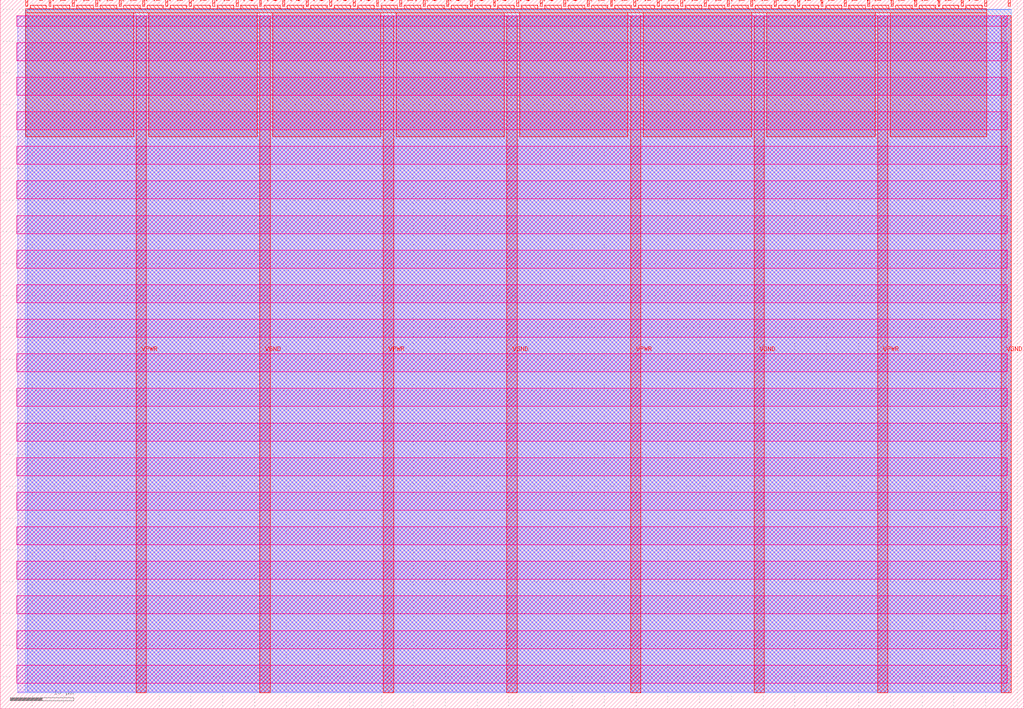
<source format=lef>
VERSION 5.7 ;
  NOWIREEXTENSIONATPIN ON ;
  DIVIDERCHAR "/" ;
  BUSBITCHARS "[]" ;
MACRO tt_um_DigitalClockTop
  CLASS BLOCK ;
  FOREIGN tt_um_DigitalClockTop ;
  ORIGIN 0.000 0.000 ;
  SIZE 161.000 BY 111.520 ;
  PIN VGND
    DIRECTION INOUT ;
    USE GROUND ;
    PORT
      LAYER met4 ;
        RECT 40.830 2.480 42.430 109.040 ;
    END
    PORT
      LAYER met4 ;
        RECT 79.700 2.480 81.300 109.040 ;
    END
    PORT
      LAYER met4 ;
        RECT 118.570 2.480 120.170 109.040 ;
    END
    PORT
      LAYER met4 ;
        RECT 157.440 2.480 159.040 109.040 ;
    END
  END VGND
  PIN VPWR
    DIRECTION INOUT ;
    USE POWER ;
    PORT
      LAYER met4 ;
        RECT 21.395 2.480 22.995 109.040 ;
    END
    PORT
      LAYER met4 ;
        RECT 60.265 2.480 61.865 109.040 ;
    END
    PORT
      LAYER met4 ;
        RECT 99.135 2.480 100.735 109.040 ;
    END
    PORT
      LAYER met4 ;
        RECT 138.005 2.480 139.605 109.040 ;
    END
  END VPWR
  PIN clk
    DIRECTION INPUT ;
    USE SIGNAL ;
    ANTENNAGATEAREA 0.852000 ;
    PORT
      LAYER met4 ;
        RECT 154.870 110.520 155.170 111.520 ;
    END
  END clk
  PIN ena
    DIRECTION INPUT ;
    USE SIGNAL ;
    PORT
      LAYER met4 ;
        RECT 158.550 110.520 158.850 111.520 ;
    END
  END ena
  PIN rst_n
    DIRECTION INPUT ;
    USE SIGNAL ;
    ANTENNAGATEAREA 0.196500 ;
    PORT
      LAYER met4 ;
        RECT 151.190 110.520 151.490 111.520 ;
    END
  END rst_n
  PIN ui_in[0]
    DIRECTION INPUT ;
    USE SIGNAL ;
    ANTENNAGATEAREA 0.196500 ;
    PORT
      LAYER met4 ;
        RECT 147.510 110.520 147.810 111.520 ;
    END
  END ui_in[0]
  PIN ui_in[1]
    DIRECTION INPUT ;
    USE SIGNAL ;
    ANTENNAGATEAREA 0.196500 ;
    PORT
      LAYER met4 ;
        RECT 143.830 110.520 144.130 111.520 ;
    END
  END ui_in[1]
  PIN ui_in[2]
    DIRECTION INPUT ;
    USE SIGNAL ;
    ANTENNAGATEAREA 0.196500 ;
    PORT
      LAYER met4 ;
        RECT 140.150 110.520 140.450 111.520 ;
    END
  END ui_in[2]
  PIN ui_in[3]
    DIRECTION INPUT ;
    USE SIGNAL ;
    ANTENNAGATEAREA 0.196500 ;
    PORT
      LAYER met4 ;
        RECT 136.470 110.520 136.770 111.520 ;
    END
  END ui_in[3]
  PIN ui_in[4]
    DIRECTION INPUT ;
    USE SIGNAL ;
    ANTENNAGATEAREA 0.196500 ;
    PORT
      LAYER met4 ;
        RECT 132.790 110.520 133.090 111.520 ;
    END
  END ui_in[4]
  PIN ui_in[5]
    DIRECTION INPUT ;
    USE SIGNAL ;
    ANTENNAGATEAREA 0.196500 ;
    PORT
      LAYER met4 ;
        RECT 129.110 110.520 129.410 111.520 ;
    END
  END ui_in[5]
  PIN ui_in[6]
    DIRECTION INPUT ;
    USE SIGNAL ;
    ANTENNAGATEAREA 0.196500 ;
    PORT
      LAYER met4 ;
        RECT 125.430 110.520 125.730 111.520 ;
    END
  END ui_in[6]
  PIN ui_in[7]
    DIRECTION INPUT ;
    USE SIGNAL ;
    ANTENNAGATEAREA 0.196500 ;
    PORT
      LAYER met4 ;
        RECT 121.750 110.520 122.050 111.520 ;
    END
  END ui_in[7]
  PIN uio_in[0]
    DIRECTION INPUT ;
    USE SIGNAL ;
    PORT
      LAYER met4 ;
        RECT 118.070 110.520 118.370 111.520 ;
    END
  END uio_in[0]
  PIN uio_in[1]
    DIRECTION INPUT ;
    USE SIGNAL ;
    PORT
      LAYER met4 ;
        RECT 114.390 110.520 114.690 111.520 ;
    END
  END uio_in[1]
  PIN uio_in[2]
    DIRECTION INPUT ;
    USE SIGNAL ;
    PORT
      LAYER met4 ;
        RECT 110.710 110.520 111.010 111.520 ;
    END
  END uio_in[2]
  PIN uio_in[3]
    DIRECTION INPUT ;
    USE SIGNAL ;
    PORT
      LAYER met4 ;
        RECT 107.030 110.520 107.330 111.520 ;
    END
  END uio_in[3]
  PIN uio_in[4]
    DIRECTION INPUT ;
    USE SIGNAL ;
    PORT
      LAYER met4 ;
        RECT 103.350 110.520 103.650 111.520 ;
    END
  END uio_in[4]
  PIN uio_in[5]
    DIRECTION INPUT ;
    USE SIGNAL ;
    PORT
      LAYER met4 ;
        RECT 99.670 110.520 99.970 111.520 ;
    END
  END uio_in[5]
  PIN uio_in[6]
    DIRECTION INPUT ;
    USE SIGNAL ;
    ANTENNAGATEAREA 0.213000 ;
    PORT
      LAYER met4 ;
        RECT 95.990 110.520 96.290 111.520 ;
    END
  END uio_in[6]
  PIN uio_in[7]
    DIRECTION INPUT ;
    USE SIGNAL ;
    ANTENNAGATEAREA 0.159000 ;
    PORT
      LAYER met4 ;
        RECT 92.310 110.520 92.610 111.520 ;
    END
  END uio_in[7]
  PIN uio_oe[0]
    DIRECTION OUTPUT TRISTATE ;
    USE SIGNAL ;
    PORT
      LAYER met4 ;
        RECT 29.750 110.520 30.050 111.520 ;
    END
  END uio_oe[0]
  PIN uio_oe[1]
    DIRECTION OUTPUT TRISTATE ;
    USE SIGNAL ;
    PORT
      LAYER met4 ;
        RECT 26.070 110.520 26.370 111.520 ;
    END
  END uio_oe[1]
  PIN uio_oe[2]
    DIRECTION OUTPUT TRISTATE ;
    USE SIGNAL ;
    PORT
      LAYER met4 ;
        RECT 22.390 110.520 22.690 111.520 ;
    END
  END uio_oe[2]
  PIN uio_oe[3]
    DIRECTION OUTPUT TRISTATE ;
    USE SIGNAL ;
    PORT
      LAYER met4 ;
        RECT 18.710 110.520 19.010 111.520 ;
    END
  END uio_oe[3]
  PIN uio_oe[4]
    DIRECTION OUTPUT TRISTATE ;
    USE SIGNAL ;
    PORT
      LAYER met4 ;
        RECT 15.030 110.520 15.330 111.520 ;
    END
  END uio_oe[4]
  PIN uio_oe[5]
    DIRECTION OUTPUT TRISTATE ;
    USE SIGNAL ;
    PORT
      LAYER met4 ;
        RECT 11.350 110.520 11.650 111.520 ;
    END
  END uio_oe[5]
  PIN uio_oe[6]
    DIRECTION OUTPUT TRISTATE ;
    USE SIGNAL ;
    PORT
      LAYER met4 ;
        RECT 7.670 110.520 7.970 111.520 ;
    END
  END uio_oe[6]
  PIN uio_oe[7]
    DIRECTION OUTPUT TRISTATE ;
    USE SIGNAL ;
    PORT
      LAYER met4 ;
        RECT 3.990 110.520 4.290 111.520 ;
    END
  END uio_oe[7]
  PIN uio_out[0]
    DIRECTION OUTPUT TRISTATE ;
    USE SIGNAL ;
    ANTENNAGATEAREA 0.621000 ;
    ANTENNADIFFAREA 1.075200 ;
    PORT
      LAYER met4 ;
        RECT 59.190 110.520 59.490 111.520 ;
    END
  END uio_out[0]
  PIN uio_out[1]
    DIRECTION OUTPUT TRISTATE ;
    USE SIGNAL ;
    ANTENNADIFFAREA 0.445500 ;
    PORT
      LAYER met4 ;
        RECT 55.510 110.520 55.810 111.520 ;
    END
  END uio_out[1]
  PIN uio_out[2]
    DIRECTION OUTPUT TRISTATE ;
    USE SIGNAL ;
    ANTENNADIFFAREA 1.431000 ;
    PORT
      LAYER met4 ;
        RECT 51.830 110.520 52.130 111.520 ;
    END
  END uio_out[2]
  PIN uio_out[3]
    DIRECTION OUTPUT TRISTATE ;
    USE SIGNAL ;
    ANTENNADIFFAREA 0.445500 ;
    PORT
      LAYER met4 ;
        RECT 48.150 110.520 48.450 111.520 ;
    END
  END uio_out[3]
  PIN uio_out[4]
    DIRECTION OUTPUT TRISTATE ;
    USE SIGNAL ;
    ANTENNADIFFAREA 0.445500 ;
    PORT
      LAYER met4 ;
        RECT 44.470 110.520 44.770 111.520 ;
    END
  END uio_out[4]
  PIN uio_out[5]
    DIRECTION OUTPUT TRISTATE ;
    USE SIGNAL ;
    ANTENNADIFFAREA 0.445500 ;
    PORT
      LAYER met4 ;
        RECT 40.790 110.520 41.090 111.520 ;
    END
  END uio_out[5]
  PIN uio_out[6]
    DIRECTION OUTPUT TRISTATE ;
    USE SIGNAL ;
    PORT
      LAYER met4 ;
        RECT 37.110 110.520 37.410 111.520 ;
    END
  END uio_out[6]
  PIN uio_out[7]
    DIRECTION OUTPUT TRISTATE ;
    USE SIGNAL ;
    PORT
      LAYER met4 ;
        RECT 33.430 110.520 33.730 111.520 ;
    END
  END uio_out[7]
  PIN uo_out[0]
    DIRECTION OUTPUT TRISTATE ;
    USE SIGNAL ;
    ANTENNADIFFAREA 0.445500 ;
    PORT
      LAYER met4 ;
        RECT 88.630 110.520 88.930 111.520 ;
    END
  END uo_out[0]
  PIN uo_out[1]
    DIRECTION OUTPUT TRISTATE ;
    USE SIGNAL ;
    ANTENNADIFFAREA 0.795200 ;
    PORT
      LAYER met4 ;
        RECT 84.950 110.520 85.250 111.520 ;
    END
  END uo_out[1]
  PIN uo_out[2]
    DIRECTION OUTPUT TRISTATE ;
    USE SIGNAL ;
    ANTENNADIFFAREA 0.795200 ;
    PORT
      LAYER met4 ;
        RECT 81.270 110.520 81.570 111.520 ;
    END
  END uo_out[2]
  PIN uo_out[3]
    DIRECTION OUTPUT TRISTATE ;
    USE SIGNAL ;
    ANTENNADIFFAREA 0.891000 ;
    PORT
      LAYER met4 ;
        RECT 77.590 110.520 77.890 111.520 ;
    END
  END uo_out[3]
  PIN uo_out[4]
    DIRECTION OUTPUT TRISTATE ;
    USE SIGNAL ;
    ANTENNADIFFAREA 0.891000 ;
    PORT
      LAYER met4 ;
        RECT 73.910 110.520 74.210 111.520 ;
    END
  END uo_out[4]
  PIN uo_out[5]
    DIRECTION OUTPUT TRISTATE ;
    USE SIGNAL ;
    ANTENNADIFFAREA 0.795200 ;
    PORT
      LAYER met4 ;
        RECT 70.230 110.520 70.530 111.520 ;
    END
  END uo_out[5]
  PIN uo_out[6]
    DIRECTION OUTPUT TRISTATE ;
    USE SIGNAL ;
    ANTENNADIFFAREA 0.891000 ;
    PORT
      LAYER met4 ;
        RECT 66.550 110.520 66.850 111.520 ;
    END
  END uo_out[6]
  PIN uo_out[7]
    DIRECTION OUTPUT TRISTATE ;
    USE SIGNAL ;
    PORT
      LAYER met4 ;
        RECT 62.870 110.520 63.170 111.520 ;
    END
  END uo_out[7]
  OBS
      LAYER nwell ;
        RECT 2.570 107.385 158.430 108.990 ;
        RECT 2.570 101.945 158.430 104.775 ;
        RECT 2.570 96.505 158.430 99.335 ;
        RECT 2.570 91.065 158.430 93.895 ;
        RECT 2.570 85.625 158.430 88.455 ;
        RECT 2.570 80.185 158.430 83.015 ;
        RECT 2.570 74.745 158.430 77.575 ;
        RECT 2.570 69.305 158.430 72.135 ;
        RECT 2.570 63.865 158.430 66.695 ;
        RECT 2.570 58.425 158.430 61.255 ;
        RECT 2.570 52.985 158.430 55.815 ;
        RECT 2.570 47.545 158.430 50.375 ;
        RECT 2.570 42.105 158.430 44.935 ;
        RECT 2.570 36.665 158.430 39.495 ;
        RECT 2.570 31.225 158.430 34.055 ;
        RECT 2.570 25.785 158.430 28.615 ;
        RECT 2.570 20.345 158.430 23.175 ;
        RECT 2.570 14.905 158.430 17.735 ;
        RECT 2.570 9.465 158.430 12.295 ;
        RECT 2.570 4.025 158.430 6.855 ;
      LAYER li1 ;
        RECT 2.760 2.635 158.240 108.885 ;
      LAYER met1 ;
        RECT 2.760 2.480 159.040 109.040 ;
      LAYER met2 ;
        RECT 4.230 2.535 159.010 110.005 ;
      LAYER met3 ;
        RECT 3.950 2.555 159.030 109.985 ;
      LAYER met4 ;
        RECT 4.690 110.120 7.270 110.650 ;
        RECT 8.370 110.120 10.950 110.650 ;
        RECT 12.050 110.120 14.630 110.650 ;
        RECT 15.730 110.120 18.310 110.650 ;
        RECT 19.410 110.120 21.990 110.650 ;
        RECT 23.090 110.120 25.670 110.650 ;
        RECT 26.770 110.120 29.350 110.650 ;
        RECT 30.450 110.120 33.030 110.650 ;
        RECT 34.130 110.120 36.710 110.650 ;
        RECT 37.810 110.120 40.390 110.650 ;
        RECT 41.490 110.120 44.070 110.650 ;
        RECT 45.170 110.120 47.750 110.650 ;
        RECT 48.850 110.120 51.430 110.650 ;
        RECT 52.530 110.120 55.110 110.650 ;
        RECT 56.210 110.120 58.790 110.650 ;
        RECT 59.890 110.120 62.470 110.650 ;
        RECT 63.570 110.120 66.150 110.650 ;
        RECT 67.250 110.120 69.830 110.650 ;
        RECT 70.930 110.120 73.510 110.650 ;
        RECT 74.610 110.120 77.190 110.650 ;
        RECT 78.290 110.120 80.870 110.650 ;
        RECT 81.970 110.120 84.550 110.650 ;
        RECT 85.650 110.120 88.230 110.650 ;
        RECT 89.330 110.120 91.910 110.650 ;
        RECT 93.010 110.120 95.590 110.650 ;
        RECT 96.690 110.120 99.270 110.650 ;
        RECT 100.370 110.120 102.950 110.650 ;
        RECT 104.050 110.120 106.630 110.650 ;
        RECT 107.730 110.120 110.310 110.650 ;
        RECT 111.410 110.120 113.990 110.650 ;
        RECT 115.090 110.120 117.670 110.650 ;
        RECT 118.770 110.120 121.350 110.650 ;
        RECT 122.450 110.120 125.030 110.650 ;
        RECT 126.130 110.120 128.710 110.650 ;
        RECT 129.810 110.120 132.390 110.650 ;
        RECT 133.490 110.120 136.070 110.650 ;
        RECT 137.170 110.120 139.750 110.650 ;
        RECT 140.850 110.120 143.430 110.650 ;
        RECT 144.530 110.120 147.110 110.650 ;
        RECT 148.210 110.120 150.790 110.650 ;
        RECT 151.890 110.120 154.470 110.650 ;
        RECT 3.975 109.440 155.185 110.120 ;
        RECT 3.975 89.935 20.995 109.440 ;
        RECT 23.395 89.935 40.430 109.440 ;
        RECT 42.830 89.935 59.865 109.440 ;
        RECT 62.265 89.935 79.300 109.440 ;
        RECT 81.700 89.935 98.735 109.440 ;
        RECT 101.135 89.935 118.170 109.440 ;
        RECT 120.570 89.935 137.605 109.440 ;
        RECT 140.005 89.935 155.185 109.440 ;
  END
END tt_um_DigitalClockTop
END LIBRARY


</source>
